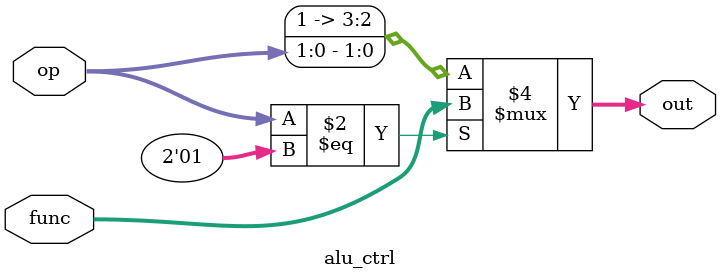
<source format=v>
module alu_ctrl(
	input [3:0] func, 
	input [1:0] op, 
	output reg [3:0] out);
	
	always@(*) begin
		if (op == 2'b01)
			out = func;
		else
			out = {2'b 11, op};
	end
endmodule
/* ACTION LOG*/
// ACTION     DATE     USER
//--------------------------
// COMPILE    4-18-21  PAYNE
//
//--------------------------

</source>
